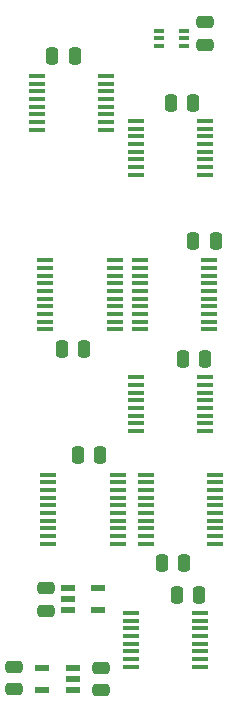
<source format=gtp>
%TF.GenerationSoftware,KiCad,Pcbnew,8.0.7*%
%TF.CreationDate,2025-01-30T17:08:13+02:00*%
%TF.ProjectId,Counter 16bit with IO,436f756e-7465-4722-9031-366269742077,V0*%
%TF.SameCoordinates,Original*%
%TF.FileFunction,Paste,Top*%
%TF.FilePolarity,Positive*%
%FSLAX46Y46*%
G04 Gerber Fmt 4.6, Leading zero omitted, Abs format (unit mm)*
G04 Created by KiCad (PCBNEW 8.0.7) date 2025-01-30 17:08:13*
%MOMM*%
%LPD*%
G01*
G04 APERTURE LIST*
G04 Aperture macros list*
%AMRoundRect*
0 Rectangle with rounded corners*
0 $1 Rounding radius*
0 $2 $3 $4 $5 $6 $7 $8 $9 X,Y pos of 4 corners*
0 Add a 4 corners polygon primitive as box body*
4,1,4,$2,$3,$4,$5,$6,$7,$8,$9,$2,$3,0*
0 Add four circle primitives for the rounded corners*
1,1,$1+$1,$2,$3*
1,1,$1+$1,$4,$5*
1,1,$1+$1,$6,$7*
1,1,$1+$1,$8,$9*
0 Add four rect primitives between the rounded corners*
20,1,$1+$1,$2,$3,$4,$5,0*
20,1,$1+$1,$4,$5,$6,$7,0*
20,1,$1+$1,$6,$7,$8,$9,0*
20,1,$1+$1,$8,$9,$2,$3,0*%
G04 Aperture macros list end*
%ADD10RoundRect,0.250000X-0.250000X-0.475000X0.250000X-0.475000X0.250000X0.475000X-0.250000X0.475000X0*%
%ADD11RoundRect,0.250000X0.250000X0.475000X-0.250000X0.475000X-0.250000X-0.475000X0.250000X-0.475000X0*%
%ADD12R,1.475000X0.450000*%
%ADD13RoundRect,0.250000X0.475000X-0.250000X0.475000X0.250000X-0.475000X0.250000X-0.475000X-0.250000X0*%
%ADD14R,1.450000X0.450000*%
%ADD15R,1.250000X0.600000*%
%ADD16RoundRect,0.250000X-0.475000X0.250000X-0.475000X-0.250000X0.475000X-0.250000X0.475000X0.250000X0*%
%ADD17R,0.875000X0.450000*%
%ADD18R,1.150000X0.600000*%
G04 APERTURE END LIST*
D10*
%TO.C,C13*%
X15322000Y-41529000D03*
X17222000Y-41529000D03*
%TD*%
D11*
%TO.C,C7*%
X10078000Y-32385000D03*
X8178000Y-32385000D03*
%TD*%
D12*
%TO.C,IC11*%
X19829000Y-39882000D03*
X19829000Y-39232000D03*
X19829000Y-38582000D03*
X19829000Y-37932000D03*
X19829000Y-37282000D03*
X19829000Y-36632000D03*
X19829000Y-35982000D03*
X19829000Y-35332000D03*
X19829000Y-34682000D03*
X19829000Y-34032000D03*
X13953000Y-34032000D03*
X13953000Y-34682000D03*
X13953000Y-35332000D03*
X13953000Y-35982000D03*
X13953000Y-36632000D03*
X13953000Y-37282000D03*
X13953000Y-37932000D03*
X13953000Y-38582000D03*
X13953000Y-39232000D03*
X13953000Y-39882000D03*
%TD*%
D13*
%TO.C,C14*%
X18923000Y2368000D03*
X18923000Y4268000D03*
%TD*%
D14*
%TO.C,IC7*%
X12696000Y-45731000D03*
X12696000Y-46381000D03*
X12696000Y-47031000D03*
X12696000Y-47681000D03*
X12696000Y-48331000D03*
X12696000Y-48981000D03*
X12696000Y-49631000D03*
X12696000Y-50281000D03*
X18546000Y-50281000D03*
X18546000Y-49631000D03*
X18546000Y-48981000D03*
X18546000Y-48331000D03*
X18546000Y-47681000D03*
X18546000Y-47031000D03*
X18546000Y-46381000D03*
X18546000Y-45731000D03*
%TD*%
D13*
%TO.C,C4*%
X2789400Y-52216600D03*
X2789400Y-50316600D03*
%TD*%
D11*
%TO.C,C2*%
X18968000Y-24257000D03*
X17068000Y-24257000D03*
%TD*%
D14*
%TO.C,IC10*%
X4695000Y-265000D03*
X4695000Y-915000D03*
X4695000Y-1565000D03*
X4695000Y-2215000D03*
X4695000Y-2865000D03*
X4695000Y-3515000D03*
X4695000Y-4165000D03*
X4695000Y-4815000D03*
X10545000Y-4815000D03*
X10545000Y-4165000D03*
X10545000Y-3515000D03*
X10545000Y-2865000D03*
X10545000Y-2215000D03*
X10545000Y-1565000D03*
X10545000Y-915000D03*
X10545000Y-265000D03*
%TD*%
D11*
%TO.C,C9*%
X7911000Y1453001D03*
X6011000Y1453001D03*
%TD*%
D15*
%TO.C,IC3*%
X7386000Y-43627000D03*
X7386000Y-44577000D03*
X7386000Y-45527000D03*
X9886000Y-45527000D03*
X9886000Y-43627000D03*
%TD*%
D13*
%TO.C,C8*%
X10155400Y-52267400D03*
X10155400Y-50367400D03*
%TD*%
D12*
%TO.C,IC2*%
X11320000Y-21721000D03*
X11320000Y-21071000D03*
X11320000Y-20421000D03*
X11320000Y-19771000D03*
X11320000Y-19121000D03*
X11320000Y-18471000D03*
X11320000Y-17821000D03*
X11320000Y-17171000D03*
X11320000Y-16521000D03*
X11320000Y-15871000D03*
X5444000Y-15871000D03*
X5444000Y-16521000D03*
X5444000Y-17171000D03*
X5444000Y-17821000D03*
X5444000Y-18471000D03*
X5444000Y-19121000D03*
X5444000Y-19771000D03*
X5444000Y-20421000D03*
X5444000Y-21071000D03*
X5444000Y-21721000D03*
%TD*%
D14*
%TO.C,IC9*%
X13077000Y-4075000D03*
X13077000Y-4725000D03*
X13077000Y-5375000D03*
X13077000Y-6025000D03*
X13077000Y-6675000D03*
X13077000Y-7325000D03*
X13077000Y-7975000D03*
X13077000Y-8625000D03*
X18927000Y-8625000D03*
X18927000Y-7975000D03*
X18927000Y-7325000D03*
X18927000Y-6675000D03*
X18927000Y-6025000D03*
X18927000Y-5375000D03*
X18927000Y-4725000D03*
X18927000Y-4075000D03*
%TD*%
D10*
%TO.C,C11*%
X6813000Y-23357000D03*
X8713000Y-23357000D03*
%TD*%
D11*
%TO.C,C15*%
X19857000Y-14224000D03*
X17957000Y-14224000D03*
%TD*%
%TO.C,C3*%
X17952000Y-2540000D03*
X16052000Y-2540000D03*
%TD*%
D12*
%TO.C,IC12*%
X5698001Y-34032000D03*
X5698001Y-34682000D03*
X5698001Y-35332000D03*
X5698001Y-35982000D03*
X5698001Y-36632000D03*
X5698001Y-37282000D03*
X5698001Y-37932000D03*
X5698001Y-38582000D03*
X5698001Y-39232000D03*
X5698001Y-39882000D03*
X11574001Y-39882000D03*
X11574001Y-39232000D03*
X11574001Y-38582000D03*
X11574001Y-37932000D03*
X11574001Y-37282000D03*
X11574001Y-36632000D03*
X11574001Y-35982000D03*
X11574001Y-35332000D03*
X11574001Y-34682000D03*
X11574001Y-34032000D03*
%TD*%
%TO.C,IC1*%
X13428000Y-15882000D03*
X13428000Y-16532000D03*
X13428000Y-17182000D03*
X13428000Y-17832000D03*
X13428000Y-18482000D03*
X13428000Y-19132000D03*
X13428000Y-19782000D03*
X13428000Y-20432000D03*
X13428000Y-21082000D03*
X13428000Y-21732000D03*
X19304000Y-21732000D03*
X19304000Y-21082000D03*
X19304000Y-20432000D03*
X19304000Y-19782000D03*
X19304000Y-19132000D03*
X19304000Y-18482000D03*
X19304000Y-17832000D03*
X19304000Y-17182000D03*
X19304000Y-16532000D03*
X19304000Y-15882000D03*
%TD*%
D16*
%TO.C,C5*%
X5461000Y-43643000D03*
X5461000Y-45543000D03*
%TD*%
D17*
%TO.C,IC4*%
X15067000Y3571000D03*
X15067000Y2921000D03*
X15067000Y2271000D03*
X17191000Y2271000D03*
X17191000Y2921000D03*
X17191000Y3571000D03*
%TD*%
D14*
%TO.C,IC8*%
X13077000Y-25792000D03*
X13077000Y-26442000D03*
X13077000Y-27092000D03*
X13077000Y-27742000D03*
X13077000Y-28392000D03*
X13077000Y-29042000D03*
X13077000Y-29692000D03*
X13077000Y-30342000D03*
X18927000Y-30342000D03*
X18927000Y-29692000D03*
X18927000Y-29042000D03*
X18927000Y-28392000D03*
X18927000Y-27742000D03*
X18927000Y-27092000D03*
X18927000Y-26442000D03*
X18927000Y-25792000D03*
%TD*%
D18*
%TO.C,IC5*%
X7747000Y-52258000D03*
X7747000Y-51308000D03*
X7747000Y-50358000D03*
X5147000Y-50358000D03*
X5147000Y-52258000D03*
%TD*%
D11*
%TO.C,C1*%
X18460000Y-44196000D03*
X16560000Y-44196000D03*
%TD*%
M02*

</source>
